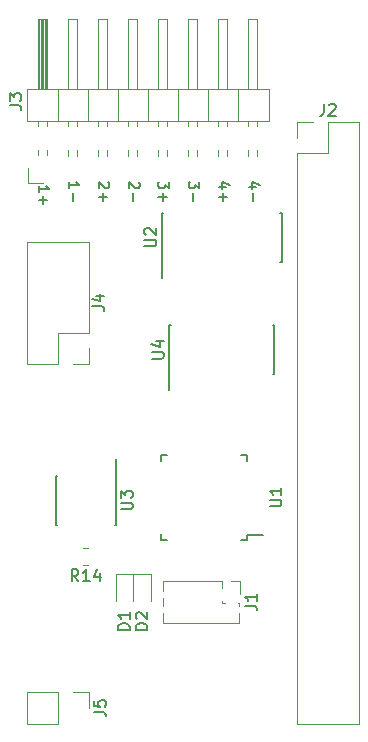
<source format=gto>
G04 #@! TF.GenerationSoftware,KiCad,Pcbnew,5.0.0-rc2-unknown-dd436b6~65~ubuntu18.04.1*
G04 #@! TF.CreationDate,2018-06-27T22:19:06+02:00*
G04 #@! TF.ProjectId,raspi3-4xWS2812-lvds,7261737069332D34785753323831322D,rev?*
G04 #@! TF.SameCoordinates,Original*
G04 #@! TF.FileFunction,Legend,Top*
G04 #@! TF.FilePolarity,Positive*
%FSLAX46Y46*%
G04 Gerber Fmt 4.6, Leading zero omitted, Abs format (unit mm)*
G04 Created by KiCad (PCBNEW 5.0.0-rc2-unknown-dd436b6~65~ubuntu18.04.1) date Wed Jun 27 22:19:06 2018*
%MOMM*%
%LPD*%
G01*
G04 APERTURE LIST*
%ADD10C,0.150000*%
%ADD11C,0.120000*%
G04 APERTURE END LIST*
D10*
X104392857Y-56247500D02*
X103792857Y-56247500D01*
X104735714Y-56033214D02*
X104092857Y-55818928D01*
X104092857Y-56376071D01*
X104135714Y-56718928D02*
X104135714Y-57404642D01*
X99592857Y-55776071D02*
X99592857Y-56333214D01*
X99250000Y-56033214D01*
X99250000Y-56161785D01*
X99207142Y-56247500D01*
X99164285Y-56290357D01*
X99078571Y-56333214D01*
X98864285Y-56333214D01*
X98778571Y-56290357D01*
X98735714Y-56247500D01*
X98692857Y-56161785D01*
X98692857Y-55904642D01*
X98735714Y-55818928D01*
X98778571Y-55776071D01*
X99035714Y-56718928D02*
X99035714Y-57404642D01*
X97042857Y-55776071D02*
X97042857Y-56333214D01*
X96700000Y-56033214D01*
X96700000Y-56161785D01*
X96657142Y-56247500D01*
X96614285Y-56290357D01*
X96528571Y-56333214D01*
X96314285Y-56333214D01*
X96228571Y-56290357D01*
X96185714Y-56247500D01*
X96142857Y-56161785D01*
X96142857Y-55904642D01*
X96185714Y-55818928D01*
X96228571Y-55776071D01*
X96485714Y-56718928D02*
X96485714Y-57404642D01*
X96142857Y-57061785D02*
X96828571Y-57061785D01*
X101842857Y-56247500D02*
X101242857Y-56247500D01*
X102185714Y-56033214D02*
X101542857Y-55818928D01*
X101542857Y-56376071D01*
X101585714Y-56718928D02*
X101585714Y-57404642D01*
X101242857Y-57061785D02*
X101928571Y-57061785D01*
X94457142Y-55818928D02*
X94500000Y-55861785D01*
X94542857Y-55947500D01*
X94542857Y-56161785D01*
X94500000Y-56247500D01*
X94457142Y-56290357D01*
X94371428Y-56333214D01*
X94285714Y-56333214D01*
X94157142Y-56290357D01*
X93642857Y-55776071D01*
X93642857Y-56333214D01*
X93985714Y-56718928D02*
X93985714Y-57404642D01*
X91907142Y-55818928D02*
X91950000Y-55861785D01*
X91992857Y-55947500D01*
X91992857Y-56161785D01*
X91950000Y-56247500D01*
X91907142Y-56290357D01*
X91821428Y-56333214D01*
X91735714Y-56333214D01*
X91607142Y-56290357D01*
X91092857Y-55776071D01*
X91092857Y-56333214D01*
X91435714Y-56718928D02*
X91435714Y-57404642D01*
X91092857Y-57061785D02*
X91778571Y-57061785D01*
X88542857Y-56333214D02*
X88542857Y-55818928D01*
X88542857Y-56076071D02*
X89442857Y-56076071D01*
X89314285Y-55990357D01*
X89228571Y-55904642D01*
X89185714Y-55818928D01*
X88885714Y-56718928D02*
X88885714Y-57404642D01*
X85992857Y-56633214D02*
X85992857Y-56118928D01*
X85992857Y-56376071D02*
X86892857Y-56376071D01*
X86764285Y-56290357D01*
X86678571Y-56204642D01*
X86635714Y-56118928D01*
X86335714Y-57018928D02*
X86335714Y-57704642D01*
X85992857Y-57361785D02*
X86678571Y-57361785D01*
D11*
G04 #@! TO.C,J1*
X96525000Y-89570000D02*
X96525000Y-90392470D01*
X96525000Y-92277530D02*
X96525000Y-93100000D01*
X96525000Y-91007530D02*
X96525000Y-91662470D01*
X101540000Y-89570000D02*
X96525000Y-89570000D01*
X102995000Y-93100000D02*
X96525000Y-93100000D01*
X101540000Y-89570000D02*
X101540000Y-90136529D01*
X101540000Y-91263471D02*
X101540000Y-91406529D01*
X101593471Y-91460000D02*
X101736529Y-91460000D01*
X102863471Y-91460000D02*
X102995000Y-91460000D01*
X102995000Y-91460000D02*
X102995000Y-91662470D01*
X102995000Y-92277530D02*
X102995000Y-93100000D01*
X102300000Y-89570000D02*
X103060000Y-89570000D01*
X103060000Y-89570000D02*
X103060000Y-90700000D01*
G04 #@! TO.C,J3*
X85030000Y-50630000D02*
X105470000Y-50630000D01*
X105470000Y-50630000D02*
X105470000Y-47970000D01*
X105470000Y-47970000D02*
X85030000Y-47970000D01*
X85030000Y-47970000D02*
X85030000Y-50630000D01*
X85980000Y-47970000D02*
X85980000Y-41970000D01*
X85980000Y-41970000D02*
X86740000Y-41970000D01*
X86740000Y-41970000D02*
X86740000Y-47970000D01*
X86040000Y-47970000D02*
X86040000Y-41970000D01*
X86160000Y-47970000D02*
X86160000Y-41970000D01*
X86280000Y-47970000D02*
X86280000Y-41970000D01*
X86400000Y-47970000D02*
X86400000Y-41970000D01*
X86520000Y-47970000D02*
X86520000Y-41970000D01*
X86640000Y-47970000D02*
X86640000Y-41970000D01*
X85980000Y-51027071D02*
X85980000Y-50630000D01*
X86740000Y-51027071D02*
X86740000Y-50630000D01*
X85980000Y-53500000D02*
X85980000Y-53112929D01*
X86740000Y-53500000D02*
X86740000Y-53112929D01*
X87630000Y-50630000D02*
X87630000Y-47970000D01*
X88520000Y-47970000D02*
X88520000Y-41970000D01*
X88520000Y-41970000D02*
X89280000Y-41970000D01*
X89280000Y-41970000D02*
X89280000Y-47970000D01*
X88520000Y-51027071D02*
X88520000Y-50630000D01*
X89280000Y-51027071D02*
X89280000Y-50630000D01*
X88520000Y-53567071D02*
X88520000Y-53112929D01*
X89280000Y-53567071D02*
X89280000Y-53112929D01*
X90170000Y-50630000D02*
X90170000Y-47970000D01*
X91060000Y-47970000D02*
X91060000Y-41970000D01*
X91060000Y-41970000D02*
X91820000Y-41970000D01*
X91820000Y-41970000D02*
X91820000Y-47970000D01*
X91060000Y-51027071D02*
X91060000Y-50630000D01*
X91820000Y-51027071D02*
X91820000Y-50630000D01*
X91060000Y-53567071D02*
X91060000Y-53112929D01*
X91820000Y-53567071D02*
X91820000Y-53112929D01*
X92710000Y-50630000D02*
X92710000Y-47970000D01*
X93600000Y-47970000D02*
X93600000Y-41970000D01*
X93600000Y-41970000D02*
X94360000Y-41970000D01*
X94360000Y-41970000D02*
X94360000Y-47970000D01*
X93600000Y-51027071D02*
X93600000Y-50630000D01*
X94360000Y-51027071D02*
X94360000Y-50630000D01*
X93600000Y-53567071D02*
X93600000Y-53112929D01*
X94360000Y-53567071D02*
X94360000Y-53112929D01*
X95250000Y-50630000D02*
X95250000Y-47970000D01*
X96140000Y-47970000D02*
X96140000Y-41970000D01*
X96140000Y-41970000D02*
X96900000Y-41970000D01*
X96900000Y-41970000D02*
X96900000Y-47970000D01*
X96140000Y-51027071D02*
X96140000Y-50630000D01*
X96900000Y-51027071D02*
X96900000Y-50630000D01*
X96140000Y-53567071D02*
X96140000Y-53112929D01*
X96900000Y-53567071D02*
X96900000Y-53112929D01*
X97790000Y-50630000D02*
X97790000Y-47970000D01*
X98680000Y-47970000D02*
X98680000Y-41970000D01*
X98680000Y-41970000D02*
X99440000Y-41970000D01*
X99440000Y-41970000D02*
X99440000Y-47970000D01*
X98680000Y-51027071D02*
X98680000Y-50630000D01*
X99440000Y-51027071D02*
X99440000Y-50630000D01*
X98680000Y-53567071D02*
X98680000Y-53112929D01*
X99440000Y-53567071D02*
X99440000Y-53112929D01*
X100330000Y-50630000D02*
X100330000Y-47970000D01*
X101220000Y-47970000D02*
X101220000Y-41970000D01*
X101220000Y-41970000D02*
X101980000Y-41970000D01*
X101980000Y-41970000D02*
X101980000Y-47970000D01*
X101220000Y-51027071D02*
X101220000Y-50630000D01*
X101980000Y-51027071D02*
X101980000Y-50630000D01*
X101220000Y-53567071D02*
X101220000Y-53112929D01*
X101980000Y-53567071D02*
X101980000Y-53112929D01*
X102870000Y-50630000D02*
X102870000Y-47970000D01*
X103760000Y-47970000D02*
X103760000Y-41970000D01*
X103760000Y-41970000D02*
X104520000Y-41970000D01*
X104520000Y-41970000D02*
X104520000Y-47970000D01*
X103760000Y-51027071D02*
X103760000Y-50630000D01*
X104520000Y-51027071D02*
X104520000Y-50630000D01*
X103760000Y-53567071D02*
X103760000Y-53112929D01*
X104520000Y-53567071D02*
X104520000Y-53112929D01*
X86360000Y-55880000D02*
X85090000Y-55880000D01*
X85090000Y-55880000D02*
X85090000Y-54610000D01*
D10*
G04 #@! TO.C,U4*
X97050000Y-72075000D02*
X97075000Y-72075000D01*
X97050000Y-67925000D02*
X97165000Y-67925000D01*
X105950000Y-67925000D02*
X105835000Y-67925000D01*
X105950000Y-72075000D02*
X105835000Y-72075000D01*
X97050000Y-72075000D02*
X97050000Y-67925000D01*
X105950000Y-72075000D02*
X105950000Y-67925000D01*
X97075000Y-72075000D02*
X97075000Y-73450000D01*
D11*
G04 #@! TO.C,D1*
X94013000Y-91300000D02*
X94013000Y-89015000D01*
X94013000Y-89015000D02*
X92543000Y-89015000D01*
X92543000Y-89015000D02*
X92543000Y-91300000D01*
G04 #@! TO.C,D2*
X94015000Y-89015000D02*
X94015000Y-91300000D01*
X95485000Y-89015000D02*
X94015000Y-89015000D01*
X95485000Y-91300000D02*
X95485000Y-89015000D01*
G04 #@! TO.C,J2*
X107890000Y-101660000D02*
X113090000Y-101660000D01*
X107890000Y-53340000D02*
X107890000Y-101660000D01*
X113090000Y-50740000D02*
X113090000Y-101660000D01*
X107890000Y-53340000D02*
X110490000Y-53340000D01*
X110490000Y-53340000D02*
X110490000Y-50740000D01*
X110490000Y-50740000D02*
X113090000Y-50740000D01*
X107890000Y-52070000D02*
X107890000Y-50740000D01*
X107890000Y-50740000D02*
X109220000Y-50740000D01*
G04 #@! TO.C,J4*
X90230000Y-60900000D02*
X85030000Y-60900000D01*
X90230000Y-68580000D02*
X90230000Y-60900000D01*
X85030000Y-71180000D02*
X85030000Y-60900000D01*
X90230000Y-68580000D02*
X87630000Y-68580000D01*
X87630000Y-68580000D02*
X87630000Y-71180000D01*
X87630000Y-71180000D02*
X85030000Y-71180000D01*
X90230000Y-69850000D02*
X90230000Y-71180000D01*
X90230000Y-71180000D02*
X88900000Y-71180000D01*
G04 #@! TO.C,J5*
X85030000Y-99000000D02*
X85030000Y-101660000D01*
X87630000Y-99000000D02*
X85030000Y-99000000D01*
X87630000Y-101660000D02*
X85030000Y-101660000D01*
X87630000Y-99000000D02*
X87630000Y-101660000D01*
X88900000Y-99000000D02*
X90230000Y-99000000D01*
X90230000Y-99000000D02*
X90230000Y-100330000D01*
G04 #@! TO.C,R14*
X90207983Y-88210000D02*
X89792017Y-88210000D01*
X90207983Y-86790000D02*
X89792017Y-86790000D01*
D10*
G04 #@! TO.C,U1*
X103625000Y-86125000D02*
X103625000Y-85700000D01*
X96375000Y-86125000D02*
X96375000Y-85600000D01*
X96375000Y-78875000D02*
X96375000Y-79400000D01*
X103625000Y-78875000D02*
X103625000Y-79400000D01*
X103625000Y-86125000D02*
X103100000Y-86125000D01*
X103625000Y-78875000D02*
X103100000Y-78875000D01*
X96375000Y-78875000D02*
X96900000Y-78875000D01*
X96375000Y-86125000D02*
X96900000Y-86125000D01*
X103625000Y-85700000D02*
X105000000Y-85700000D01*
G04 #@! TO.C,U2*
X96425000Y-62575000D02*
X96450000Y-62575000D01*
X96425000Y-58425000D02*
X96530000Y-58425000D01*
X106575000Y-58425000D02*
X106470000Y-58425000D01*
X106575000Y-62575000D02*
X106470000Y-62575000D01*
X96425000Y-62575000D02*
X96425000Y-58425000D01*
X106575000Y-62575000D02*
X106575000Y-58425000D01*
X96450000Y-62575000D02*
X96450000Y-63950000D01*
G04 #@! TO.C,U3*
X92575000Y-80675000D02*
X92525000Y-80675000D01*
X92575000Y-84825000D02*
X92430000Y-84825000D01*
X87425000Y-84825000D02*
X87570000Y-84825000D01*
X87425000Y-80675000D02*
X87570000Y-80675000D01*
X92575000Y-80675000D02*
X92575000Y-84825000D01*
X87425000Y-80675000D02*
X87425000Y-84825000D01*
X92525000Y-80675000D02*
X92525000Y-79275000D01*
G04 #@! TO.C,J1*
X103447380Y-91668333D02*
X104161666Y-91668333D01*
X104304523Y-91715952D01*
X104399761Y-91811190D01*
X104447380Y-91954047D01*
X104447380Y-92049285D01*
X104447380Y-90668333D02*
X104447380Y-91239761D01*
X104447380Y-90954047D02*
X103447380Y-90954047D01*
X103590238Y-91049285D01*
X103685476Y-91144523D01*
X103733095Y-91239761D01*
G04 #@! TO.C,J3*
X83542380Y-49288333D02*
X84256666Y-49288333D01*
X84399523Y-49335952D01*
X84494761Y-49431190D01*
X84542380Y-49574047D01*
X84542380Y-49669285D01*
X83542380Y-48907380D02*
X83542380Y-48288333D01*
X83923333Y-48621666D01*
X83923333Y-48478809D01*
X83970952Y-48383571D01*
X84018571Y-48335952D01*
X84113809Y-48288333D01*
X84351904Y-48288333D01*
X84447142Y-48335952D01*
X84494761Y-48383571D01*
X84542380Y-48478809D01*
X84542380Y-48764523D01*
X84494761Y-48859761D01*
X84447142Y-48907380D01*
G04 #@! TO.C,U4*
X95577380Y-70761904D02*
X96386904Y-70761904D01*
X96482142Y-70714285D01*
X96529761Y-70666666D01*
X96577380Y-70571428D01*
X96577380Y-70380952D01*
X96529761Y-70285714D01*
X96482142Y-70238095D01*
X96386904Y-70190476D01*
X95577380Y-70190476D01*
X95910714Y-69285714D02*
X96577380Y-69285714D01*
X95529761Y-69523809D02*
X96244047Y-69761904D01*
X96244047Y-69142857D01*
G04 #@! TO.C,D1*
X93702380Y-93738095D02*
X92702380Y-93738095D01*
X92702380Y-93500000D01*
X92750000Y-93357142D01*
X92845238Y-93261904D01*
X92940476Y-93214285D01*
X93130952Y-93166666D01*
X93273809Y-93166666D01*
X93464285Y-93214285D01*
X93559523Y-93261904D01*
X93654761Y-93357142D01*
X93702380Y-93500000D01*
X93702380Y-93738095D01*
X93702380Y-92214285D02*
X93702380Y-92785714D01*
X93702380Y-92500000D02*
X92702380Y-92500000D01*
X92845238Y-92595238D01*
X92940476Y-92690476D01*
X92988095Y-92785714D01*
G04 #@! TO.C,D2*
X95202380Y-93738095D02*
X94202380Y-93738095D01*
X94202380Y-93500000D01*
X94250000Y-93357142D01*
X94345238Y-93261904D01*
X94440476Y-93214285D01*
X94630952Y-93166666D01*
X94773809Y-93166666D01*
X94964285Y-93214285D01*
X95059523Y-93261904D01*
X95154761Y-93357142D01*
X95202380Y-93500000D01*
X95202380Y-93738095D01*
X94297619Y-92785714D02*
X94250000Y-92738095D01*
X94202380Y-92642857D01*
X94202380Y-92404761D01*
X94250000Y-92309523D01*
X94297619Y-92261904D01*
X94392857Y-92214285D01*
X94488095Y-92214285D01*
X94630952Y-92261904D01*
X95202380Y-92833333D01*
X95202380Y-92214285D01*
G04 #@! TO.C,J2*
X110156666Y-49192380D02*
X110156666Y-49906666D01*
X110109047Y-50049523D01*
X110013809Y-50144761D01*
X109870952Y-50192380D01*
X109775714Y-50192380D01*
X110585238Y-49287619D02*
X110632857Y-49240000D01*
X110728095Y-49192380D01*
X110966190Y-49192380D01*
X111061428Y-49240000D01*
X111109047Y-49287619D01*
X111156666Y-49382857D01*
X111156666Y-49478095D01*
X111109047Y-49620952D01*
X110537619Y-50192380D01*
X111156666Y-50192380D01*
G04 #@! TO.C,J4*
X90552380Y-66333333D02*
X91266666Y-66333333D01*
X91409523Y-66380952D01*
X91504761Y-66476190D01*
X91552380Y-66619047D01*
X91552380Y-66714285D01*
X90885714Y-65428571D02*
X91552380Y-65428571D01*
X90504761Y-65666666D02*
X91219047Y-65904761D01*
X91219047Y-65285714D01*
G04 #@! TO.C,J5*
X90682380Y-100663333D02*
X91396666Y-100663333D01*
X91539523Y-100710952D01*
X91634761Y-100806190D01*
X91682380Y-100949047D01*
X91682380Y-101044285D01*
X90682380Y-99710952D02*
X90682380Y-100187142D01*
X91158571Y-100234761D01*
X91110952Y-100187142D01*
X91063333Y-100091904D01*
X91063333Y-99853809D01*
X91110952Y-99758571D01*
X91158571Y-99710952D01*
X91253809Y-99663333D01*
X91491904Y-99663333D01*
X91587142Y-99710952D01*
X91634761Y-99758571D01*
X91682380Y-99853809D01*
X91682380Y-100091904D01*
X91634761Y-100187142D01*
X91587142Y-100234761D01*
G04 #@! TO.C,R14*
X89357142Y-89602380D02*
X89023809Y-89126190D01*
X88785714Y-89602380D02*
X88785714Y-88602380D01*
X89166666Y-88602380D01*
X89261904Y-88650000D01*
X89309523Y-88697619D01*
X89357142Y-88792857D01*
X89357142Y-88935714D01*
X89309523Y-89030952D01*
X89261904Y-89078571D01*
X89166666Y-89126190D01*
X88785714Y-89126190D01*
X90309523Y-89602380D02*
X89738095Y-89602380D01*
X90023809Y-89602380D02*
X90023809Y-88602380D01*
X89928571Y-88745238D01*
X89833333Y-88840476D01*
X89738095Y-88888095D01*
X91166666Y-88935714D02*
X91166666Y-89602380D01*
X90928571Y-88554761D02*
X90690476Y-89269047D01*
X91309523Y-89269047D01*
G04 #@! TO.C,U1*
X105552380Y-83261904D02*
X106361904Y-83261904D01*
X106457142Y-83214285D01*
X106504761Y-83166666D01*
X106552380Y-83071428D01*
X106552380Y-82880952D01*
X106504761Y-82785714D01*
X106457142Y-82738095D01*
X106361904Y-82690476D01*
X105552380Y-82690476D01*
X106552380Y-81690476D02*
X106552380Y-82261904D01*
X106552380Y-81976190D02*
X105552380Y-81976190D01*
X105695238Y-82071428D01*
X105790476Y-82166666D01*
X105838095Y-82261904D01*
G04 #@! TO.C,U2*
X94952380Y-61261904D02*
X95761904Y-61261904D01*
X95857142Y-61214285D01*
X95904761Y-61166666D01*
X95952380Y-61071428D01*
X95952380Y-60880952D01*
X95904761Y-60785714D01*
X95857142Y-60738095D01*
X95761904Y-60690476D01*
X94952380Y-60690476D01*
X95047619Y-60261904D02*
X95000000Y-60214285D01*
X94952380Y-60119047D01*
X94952380Y-59880952D01*
X95000000Y-59785714D01*
X95047619Y-59738095D01*
X95142857Y-59690476D01*
X95238095Y-59690476D01*
X95380952Y-59738095D01*
X95952380Y-60309523D01*
X95952380Y-59690476D01*
G04 #@! TO.C,U3*
X92952380Y-83511904D02*
X93761904Y-83511904D01*
X93857142Y-83464285D01*
X93904761Y-83416666D01*
X93952380Y-83321428D01*
X93952380Y-83130952D01*
X93904761Y-83035714D01*
X93857142Y-82988095D01*
X93761904Y-82940476D01*
X92952380Y-82940476D01*
X92952380Y-82559523D02*
X92952380Y-81940476D01*
X93333333Y-82273809D01*
X93333333Y-82130952D01*
X93380952Y-82035714D01*
X93428571Y-81988095D01*
X93523809Y-81940476D01*
X93761904Y-81940476D01*
X93857142Y-81988095D01*
X93904761Y-82035714D01*
X93952380Y-82130952D01*
X93952380Y-82416666D01*
X93904761Y-82511904D01*
X93857142Y-82559523D01*
G04 #@! TD*
M02*

</source>
